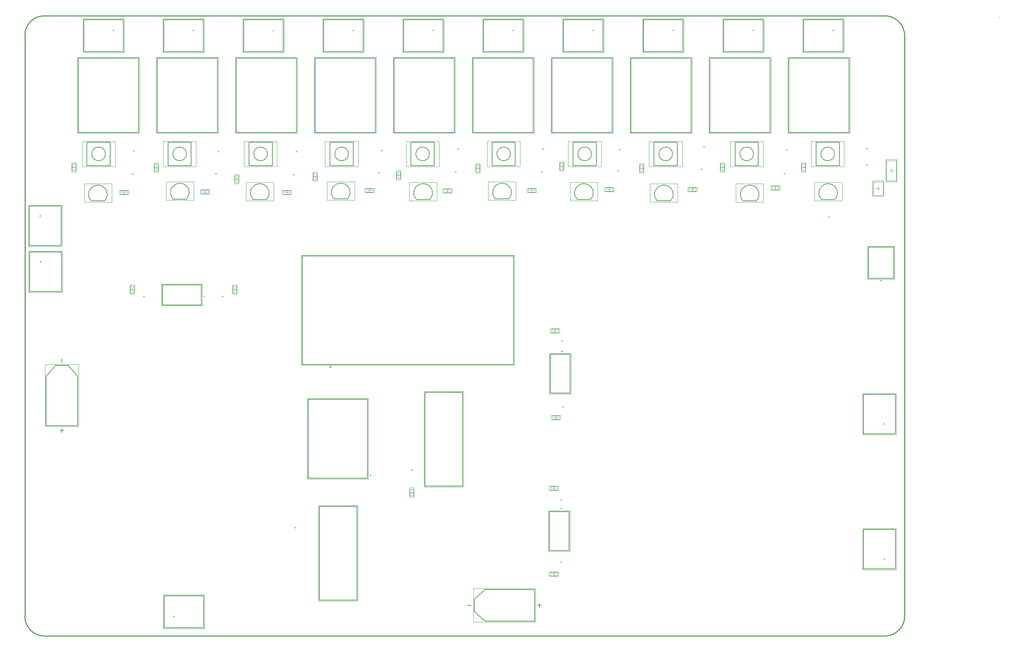
<source format=gbo>
G04*
G04 #@! TF.GenerationSoftware,Altium Limited,Altium Designer,22.1.2 (22)*
G04*
G04 Layer_Color=32896*
%FSLAX44Y44*%
%MOMM*%
G71*
G04*
G04 #@! TF.SameCoordinates,E17F41A4-0C7A-49D5-8B51-7FD3D5A7BB14*
G04*
G04*
G04 #@! TF.FilePolarity,Positive*
G04*
G01*
G75*
%ADD11C,0.2000*%
%ADD12C,0.1270*%
%ADD13C,0.2540*%
%ADD16C,0.1000*%
%ADD17C,0.2800*%
%ADD18C,0.0500*%
D11*
X890180Y413500D02*
G03*
X890180Y413500I-1000J0D01*
G01*
X2204450Y915670D02*
G03*
X2204450Y915670I-1000J0D01*
G01*
X2081260Y1559560D02*
G03*
X2081260Y1559560I-1000J0D01*
G01*
X1875442D02*
G03*
X1875442Y1559560I-1000J0D01*
G01*
X1669624D02*
G03*
X1669624Y1559560I-1000J0D01*
G01*
X463020Y874691D02*
G03*
X463020Y874691I-1000J0D01*
G01*
X41640Y963930D02*
G03*
X41640Y963930I-1000J0D01*
G01*
X384540Y49530D02*
G03*
X384540Y49530I-1000J0D01*
G01*
X228896Y1559560D02*
G03*
X228896Y1559560I-1000J0D01*
G01*
X434714D02*
G03*
X434714Y1559560I-1000J0D01*
G01*
X640533D02*
G03*
X640533Y1559560I-1000J0D01*
G01*
X846351D02*
G03*
X846351Y1559560I-1000J0D01*
G01*
X1052169D02*
G03*
X1052169Y1559560I-1000J0D01*
G01*
X1257987D02*
G03*
X1257987Y1559560I-1000J0D01*
G01*
X1463805D02*
G03*
X1463805Y1559560I-1000J0D01*
G01*
X2213340Y198120D02*
G03*
X2213340Y198120I-1000J0D01*
G01*
X40370Y1082040D02*
G03*
X40370Y1082040I-1000J0D01*
G01*
X2213340Y546100D02*
G03*
X2213340Y546100I-1000J0D01*
G01*
X1380559Y328350D02*
G03*
X1380559Y328350I-1000J0D01*
G01*
X1383099Y733480D02*
G03*
X1383099Y733480I-1000J0D01*
G01*
D12*
X832813Y1242060D02*
G03*
X832813Y1242060I-17550J0D01*
G01*
X1875336D02*
G03*
X1875336Y1242060I-17550J0D01*
G01*
X1666831D02*
G03*
X1666831Y1242060I-17550J0D01*
G01*
X1458327D02*
G03*
X1458327Y1242060I-17550J0D01*
G01*
X1249822D02*
G03*
X1249822Y1242060I-17550J0D01*
G01*
X1041318D02*
G03*
X1041318Y1242060I-17550J0D01*
G01*
X624309D02*
G03*
X624309Y1242060I-17550J0D01*
G01*
X415805D02*
G03*
X415805Y1242060I-17550J0D01*
G01*
X207300D02*
G03*
X207300Y1242060I-17550J0D01*
G01*
X1203946Y1139253D02*
G03*
X1210827Y1126034I39104J11955D01*
G01*
X1245353D02*
G03*
X1252234Y1139253I-32222J25175D01*
G01*
X1252206Y1139128D02*
G03*
X1203974Y1139128I-24116J3389D01*
G01*
X163816Y1134173D02*
G03*
X170697Y1120954I39104J11955D01*
G01*
X205223D02*
G03*
X212104Y1134173I-32222J25175D01*
G01*
X212076Y1134048D02*
G03*
X163844Y1134048I-24116J3389D01*
G01*
X374636Y1139156D02*
G03*
X381517Y1125936I39104J11955D01*
G01*
X416043D02*
G03*
X422924Y1139156I-32222J25175D01*
G01*
X422896Y1139031D02*
G03*
X374664Y1139031I-24116J3389D01*
G01*
X580376Y1137983D02*
G03*
X587257Y1124764I39104J11955D01*
G01*
X621783D02*
G03*
X628664Y1137983I-32222J25175D01*
G01*
X628636Y1137858D02*
G03*
X580404Y1137858I-24116J3389D01*
G01*
X788656Y1139253D02*
G03*
X795537Y1126034I39104J11955D01*
G01*
X830063D02*
G03*
X836944Y1139253I-32222J25175D01*
G01*
X836916Y1139128D02*
G03*
X788684Y1139128I-24116J3389D01*
G01*
X1414766Y1137983D02*
G03*
X1421647Y1124764I39104J11955D01*
G01*
X1456173D02*
G03*
X1463054Y1137983I-32222J25175D01*
G01*
X1463026Y1137858D02*
G03*
X1414794Y1137858I-24116J3389D01*
G01*
X2043416Y1137983D02*
G03*
X2050297Y1124764I39104J11955D01*
G01*
X2084823D02*
G03*
X2091704Y1137983I-32222J25175D01*
G01*
X2091676Y1137858D02*
G03*
X2043444Y1137858I-24116J3389D01*
G01*
X1000746Y1137983D02*
G03*
X1007627Y1124764I39104J11955D01*
G01*
X1042153D02*
G03*
X1049034Y1137983I-32222J25175D01*
G01*
X1049006Y1137858D02*
G03*
X1000774Y1137858I-24116J3389D01*
G01*
X1620506Y1134173D02*
G03*
X1627387Y1120954I39104J11955D01*
G01*
X1661913D02*
G03*
X1668794Y1134173I-32222J25175D01*
G01*
X1668766Y1134048D02*
G03*
X1620534Y1134048I-24116J3389D01*
G01*
X1841486Y1134173D02*
G03*
X1848367Y1120954I39104J11955D01*
G01*
X1882893D02*
G03*
X1889774Y1134173I-32222J25175D01*
G01*
X1889746Y1134048D02*
G03*
X1841514Y1134048I-24116J3389D01*
G01*
X2083840Y1242060D02*
G03*
X2083840Y1242060I-17550J0D01*
G01*
X2120930Y1297690D02*
Y1488690D01*
X1965930D02*
X2120930D01*
X1965930Y1297690D02*
Y1488690D01*
Y1297690D02*
X2120930D01*
X785313Y1272010D02*
X845213D01*
Y1212110D02*
Y1272010D01*
X785313Y1212110D02*
X845213D01*
X785313D02*
Y1272010D01*
X1308130Y1297690D02*
Y1488690D01*
X1153130D02*
X1308130D01*
X1153130Y1297690D02*
Y1488690D01*
Y1297690D02*
X1308130D01*
X1104930D02*
Y1488690D01*
X949930D02*
X1104930D01*
X949930Y1297690D02*
Y1488690D01*
Y1297690D02*
X1104930D01*
X340330D02*
X495330D01*
X340330D02*
Y1488690D01*
X495330D01*
Y1297690D02*
Y1488690D01*
X728980Y406400D02*
X881380D01*
X728980D02*
Y609600D01*
X881380D01*
Y406400D02*
Y609600D01*
X2170950Y920990D02*
Y1001790D01*
X2235950D01*
Y920990D02*
Y1001790D01*
X2170950Y920990D02*
X2235950D01*
X2004060Y1505860D02*
X2105660D01*
X2004060D02*
Y1587860D01*
X2105660D01*
Y1505860D02*
Y1587860D01*
X1798242Y1505860D02*
X1899842D01*
X1798242D02*
Y1587860D01*
X1899842D01*
Y1505860D02*
Y1587860D01*
X1694023Y1505860D02*
Y1587860D01*
X1592424D02*
X1694023D01*
X1592424Y1505860D02*
Y1587860D01*
Y1505860D02*
X1694023D01*
X454020Y853191D02*
Y904191D01*
X354020D02*
X454020D01*
X354020Y853191D02*
Y904191D01*
Y853191D02*
X454020D01*
X1029730Y385930D02*
X1126730D01*
X1029730D02*
Y627530D01*
X1126730D01*
Y385930D02*
Y627530D01*
X94340Y887730D02*
Y989330D01*
X12340Y887730D02*
X94340D01*
X12340D02*
Y989330D01*
X94340D01*
X358140Y21230D02*
Y103230D01*
Y21230D02*
X459740D01*
Y103230D01*
X358140D02*
X459740D01*
X90060Y529220D02*
X100060D01*
X95060Y524220D02*
Y534220D01*
Y704220D02*
Y714220D01*
X54560Y668720D02*
X79060Y696720D01*
X111060D02*
X135560Y668720D01*
X54560Y541720D02*
X135560D01*
Y668720D01*
X79060Y696720D02*
X111060D01*
X54560Y541720D02*
Y668720D01*
X151696Y1505860D02*
X253296D01*
X151696D02*
Y1587860D01*
X253296D01*
Y1505860D02*
Y1587860D01*
X357514Y1505860D02*
X459114D01*
X357514D02*
Y1587860D01*
X459114D01*
Y1505860D02*
Y1587860D01*
X563332Y1505860D02*
X664932D01*
X563332D02*
Y1587860D01*
X664932D01*
Y1505860D02*
Y1587860D01*
X870751Y1505860D02*
Y1587860D01*
X769151D02*
X870751D01*
X769151Y1505860D02*
Y1587860D01*
Y1505860D02*
X870751D01*
X974969D02*
X1076569D01*
X974969D02*
Y1587860D01*
X1076569D01*
Y1505860D02*
Y1587860D01*
X1180787Y1505860D02*
X1282387D01*
X1180787D02*
Y1587860D01*
X1282387D01*
Y1505860D02*
Y1587860D01*
X1386605Y1505860D02*
X1488205D01*
X1386605D02*
Y1587860D01*
X1488205D01*
Y1505860D02*
Y1587860D01*
X1827836Y1212110D02*
Y1272010D01*
Y1212110D02*
X1887735D01*
Y1272010D01*
X1827836D02*
X1887735D01*
X1762730Y1297690D02*
X1917730D01*
X1762730D02*
Y1488690D01*
X1917730D01*
Y1297690D02*
Y1488690D01*
X1619331Y1212110D02*
Y1272010D01*
Y1212110D02*
X1679231D01*
Y1272010D01*
X1619331D02*
X1679231D01*
X1410827Y1212110D02*
Y1272010D01*
Y1212110D02*
X1470727D01*
Y1272010D01*
X1410827D02*
X1470727D01*
X1202322D02*
X1262222D01*
Y1212110D02*
Y1272010D01*
X1202322Y1212110D02*
X1262222D01*
X1202322D02*
Y1272010D01*
X993818D02*
X1053718D01*
Y1212110D02*
Y1272010D01*
X993818Y1212110D02*
X1053718D01*
X993818D02*
Y1272010D01*
X576809Y1212110D02*
Y1272010D01*
Y1212110D02*
X636709D01*
Y1272010D01*
X576809D02*
X636709D01*
X368305D02*
X428205D01*
Y1212110D02*
Y1272010D01*
X368305Y1212110D02*
X428205D01*
X368305D02*
Y1272010D01*
X159800Y1212110D02*
Y1272010D01*
Y1212110D02*
X219700D01*
Y1272010D01*
X159800D02*
X219700D01*
X1210940Y1125890D02*
X1245240D01*
X170810Y1120810D02*
X205110D01*
X381630Y1125792D02*
X415930D01*
X587370Y1124620D02*
X621670D01*
X795650Y1125890D02*
X829950D01*
X1421760Y1124620D02*
X1456060D01*
X2050410D02*
X2084710D01*
X1007740D02*
X1042040D01*
X1627500Y1120810D02*
X1661800D01*
X1848480D02*
X1882780D01*
X2036340Y1272010D02*
X2096240D01*
Y1212110D02*
Y1272010D01*
X2036340Y1212110D02*
X2096240D01*
X2036340D02*
Y1272010D01*
X1184940Y38440D02*
X1311940D01*
X1156940Y62940D02*
Y94940D01*
X1184940Y119440D02*
X1311940D01*
Y38440D02*
Y119440D01*
X1156940Y94940D02*
X1184940Y119440D01*
X1156940Y62940D02*
X1184940Y38440D01*
X1139440Y78940D02*
X1149440D01*
X1319440D02*
X1329440D01*
X1324440Y73940D02*
Y83940D01*
X1356330Y1297690D02*
X1511330D01*
X1356330D02*
Y1488690D01*
X1511330D01*
Y1297690D02*
Y1488690D01*
X1559530Y1297690D02*
X1714530D01*
X1559530D02*
Y1488690D01*
X1714530D01*
Y1297690D02*
Y1488690D01*
X292130Y1297690D02*
Y1488690D01*
X137130D02*
X292130D01*
X137130Y1297690D02*
Y1488690D01*
Y1297690D02*
X292130D01*
X543530D02*
X698530D01*
X543530D02*
Y1488690D01*
X698530D01*
Y1297690D02*
Y1488690D01*
X746730Y1297690D02*
X901730D01*
X746730D02*
Y1488690D01*
X901730D01*
Y1297690D02*
Y1488690D01*
X854950Y92560D02*
Y334160D01*
X757950D02*
X854950D01*
X757950Y92560D02*
Y334160D01*
Y92560D02*
X854950D01*
X2158640Y172720D02*
Y274320D01*
X2240640D01*
Y172720D02*
Y274320D01*
X2158640Y172720D02*
X2240640D01*
X93070Y1005840D02*
Y1107440D01*
X11070Y1005840D02*
X93070D01*
X11070D02*
Y1107440D01*
X93070D01*
X2158640Y520700D02*
Y622300D01*
X2240640D01*
Y520700D02*
Y622300D01*
X2158640Y520700D02*
X2240640D01*
X714020Y699970D02*
Y978970D01*
X1258020D01*
Y699970D02*
Y978970D01*
X714020Y699970D02*
X1258020D01*
X1401059Y220350D02*
Y320350D01*
X1350059Y220350D02*
X1401059D01*
X1350059D02*
Y320350D01*
X1401059D01*
X1403599Y625480D02*
Y725480D01*
X1352599Y625480D02*
X1403599D01*
X1352599D02*
Y725480D01*
X1403599D01*
D13*
X49530Y1597660D02*
G03*
X0Y1548130I0J-49530D01*
G01*
X2264410Y1546860D02*
G03*
X2213610Y1597660I-50800J0D01*
G01*
X2213610Y0D02*
G03*
X2264410Y50800I0J50800D01*
G01*
X0Y50000D02*
G03*
X50000Y0I50000J0D01*
G01*
X2264410Y1546860D02*
X2264410Y50800D01*
X49530Y1597660D02*
X2213610Y1597660D01*
X50000Y-0D02*
X2213610Y0D01*
X0Y50000D02*
Y1549400D01*
X2508060Y1593660D02*
X2508060D01*
X2508060D02*
Y1593910D01*
D16*
X1379424Y188500D02*
Y192500D01*
X1377424Y190500D02*
X1381424D01*
X1384504Y588550D02*
Y592550D01*
X1382504Y590550D02*
X1386504D01*
X1377424Y350520D02*
X1381424D01*
X1379424Y348520D02*
Y352520D01*
X995680Y425990D02*
Y429990D01*
X993680Y427990D02*
X997680D01*
X1381964Y758730D02*
Y762730D01*
X1379964Y760730D02*
X1383964D01*
X306070Y872826D02*
Y876826D01*
X304070Y874826D02*
X308070D01*
X508000Y872826D02*
Y876826D01*
X506000Y874826D02*
X510000D01*
X1745520Y1261110D02*
X1749520D01*
X1747520Y1259110D02*
Y1263110D01*
X1528350Y1253490D02*
X1532350D01*
X1530350Y1251490D02*
Y1255490D01*
X1952810Y1191260D02*
X1956810D01*
X1954810Y1189260D02*
Y1193260D01*
X693527Y279400D02*
X697527D01*
X695527Y277400D02*
Y281400D01*
X2164620Y1214120D02*
X2168620D01*
X2166620Y1212120D02*
Y1216120D01*
X2164620Y1256030D02*
X2168620D01*
X2166620Y1254030D02*
Y1258030D01*
X276860Y1187990D02*
Y1191990D01*
X274860Y1189990D02*
X278860D01*
X692150Y1186720D02*
Y1190720D01*
X690150Y1188720D02*
X694150D01*
X1526540Y1196880D02*
Y1200880D01*
X1524540Y1198880D02*
X1528540D01*
X491490Y1189260D02*
Y1193260D01*
X489490Y1191260D02*
X493490D01*
X1741170Y1200690D02*
Y1204690D01*
X1739170Y1202690D02*
X1743170D01*
X911860Y1191800D02*
Y1195800D01*
X909860Y1193800D02*
X913860D01*
X1108710Y1194340D02*
Y1198340D01*
X1106710Y1196340D02*
X1110710D01*
X1330960Y1194340D02*
Y1198340D01*
X1328960Y1196340D02*
X1332960D01*
X280670Y1247680D02*
Y1251680D01*
X278670Y1249680D02*
X282670D01*
X2068830Y1077500D02*
Y1081500D01*
X2066830Y1079500D02*
X2070830D01*
X497840Y1246410D02*
Y1250410D01*
X495840Y1248410D02*
X499840D01*
X698500Y1246410D02*
Y1250410D01*
X696500Y1248410D02*
X700500D01*
X917850Y1248950D02*
Y1252950D01*
X915850Y1250950D02*
X919850D01*
X1115060Y1252760D02*
Y1256760D01*
X1113060Y1254760D02*
X1117060D01*
X1333500Y1252760D02*
Y1256760D01*
X1331500Y1254760D02*
X1335500D01*
X1961240Y1250220D02*
Y1254220D01*
X1959240Y1252220D02*
X1963240D01*
X2216870Y1224630D02*
X2243370D01*
X2216870Y1173130D02*
X2243370D01*
Y1224630D01*
X2216870Y1173130D02*
Y1224630D01*
X535000Y884310D02*
Y901310D01*
X544500Y884310D02*
Y901310D01*
X535000Y884310D02*
X544500D01*
X535000Y901310D02*
X544500D01*
X1000430Y361190D02*
Y378190D01*
X990930Y361190D02*
Y378190D01*
X1000430D01*
X990930Y361190D02*
X1000430D01*
X1352940Y376250D02*
X1369940D01*
X1352940Y385750D02*
X1369940D01*
Y376250D02*
Y385750D01*
X1352940Y376250D02*
Y385750D01*
Y155270D02*
X1369940D01*
X1352940Y164770D02*
X1369940D01*
Y155270D02*
Y164770D01*
X1352940Y155270D02*
Y164770D01*
X1358020Y557860D02*
X1375020D01*
X1358020Y567360D02*
X1375020D01*
Y557860D02*
Y567360D01*
X1358020Y557860D02*
Y567360D01*
X1355480Y781380D02*
X1372480D01*
X1355480Y790880D02*
X1372480D01*
Y781380D02*
Y790880D01*
X1355480Y781380D02*
Y790880D01*
X742010Y1175140D02*
Y1192140D01*
X751510Y1175140D02*
Y1192140D01*
X742010Y1175140D02*
X751510D01*
X742010Y1192140D02*
X751510D01*
X120980Y1199270D02*
Y1216270D01*
X130480Y1199270D02*
Y1216270D01*
X120980Y1199270D02*
X130480D01*
X120980Y1216270D02*
X130480D01*
X540080Y1168790D02*
Y1185790D01*
X549580Y1168790D02*
Y1185790D01*
X540080Y1168790D02*
X549580D01*
X540080Y1185790D02*
X549580D01*
X333070Y1198000D02*
Y1215000D01*
X342570Y1198000D02*
Y1215000D01*
X333070Y1198000D02*
X342570D01*
X333070Y1215000D02*
X342570D01*
X246650Y1147750D02*
X263650D01*
X246650Y1138250D02*
X263650D01*
X246650D02*
Y1147750D01*
X263650Y1138250D02*
Y1147750D01*
X665870Y1147750D02*
X682870D01*
X665870Y1138250D02*
X682870D01*
X665870D02*
Y1147750D01*
X682870Y1138250D02*
Y1147750D01*
X2209030Y1135940D02*
Y1169440D01*
X2182630Y1135940D02*
Y1169440D01*
X2209030D01*
X2182630Y1135940D02*
X2209030D01*
X1295790Y1152830D02*
X1312790D01*
X1295790Y1143330D02*
X1312790D01*
X1295790D02*
Y1152830D01*
X1312790Y1143330D02*
Y1152830D01*
X454930Y1149020D02*
X471930D01*
X454930Y1139520D02*
X471930D01*
X454930D02*
Y1149020D01*
X471930Y1139520D02*
Y1149020D01*
X1495180Y1155370D02*
X1512180D01*
X1495180Y1145870D02*
X1512180D01*
X1495180D02*
Y1155370D01*
X1512180Y1145870D02*
Y1155370D01*
X1078620Y1151560D02*
X1095620D01*
X1078620Y1142060D02*
X1095620D01*
X1078620D02*
Y1151560D01*
X1095620Y1142060D02*
Y1151560D01*
X877960Y1152830D02*
X894960D01*
X877960Y1143330D02*
X894960D01*
X877960D02*
Y1152830D01*
X894960Y1143330D02*
Y1152830D01*
X1923170Y1159180D02*
X1940170D01*
X1923170Y1149680D02*
X1940170D01*
X1923170D02*
Y1159180D01*
X1940170Y1149680D02*
Y1159180D01*
X1377010Y1201810D02*
Y1218810D01*
X1386510Y1201810D02*
Y1218810D01*
X1377010Y1201810D02*
X1386510D01*
X1377010Y1218810D02*
X1386510D01*
X1161110Y1196730D02*
Y1213730D01*
X1170610Y1196730D02*
Y1213730D01*
X1161110Y1196730D02*
X1170610D01*
X1161110Y1213730D02*
X1170610D01*
X956640Y1179070D02*
Y1196070D01*
X966140Y1179070D02*
Y1196070D01*
X956640Y1179070D02*
X966140D01*
X956640Y1196070D02*
X966140D01*
X270840Y884310D02*
Y901310D01*
X280340Y884310D02*
Y901310D01*
X270840Y884310D02*
X280340D01*
X270840Y901310D02*
X280340D01*
X1582750Y1196730D02*
Y1213730D01*
X1592250Y1196730D02*
Y1213730D01*
X1582750Y1196730D02*
X1592250D01*
X1582750Y1213730D02*
X1592250D01*
X1999310Y1199270D02*
Y1216270D01*
X2008810Y1199270D02*
Y1216270D01*
X1999310Y1199270D02*
X2008810D01*
X1999310Y1216270D02*
X2008810D01*
X1726810Y1145870D02*
Y1155370D01*
X1709810Y1145870D02*
Y1155370D01*
Y1145870D02*
X1726810D01*
X1709810Y1155370D02*
X1726810D01*
X1789760Y1216270D02*
X1799260D01*
X1789760Y1199270D02*
X1799260D01*
Y1216270D01*
X1789760Y1199270D02*
Y1216270D01*
X2216120Y1227880D02*
X2244120D01*
X2216120Y1169880D02*
X2244120D01*
Y1227880D01*
X2216120Y1169880D02*
Y1227880D01*
X2230120Y1193880D02*
Y1203880D01*
X2225120Y1198880D02*
X2235120D01*
X535000Y892810D02*
X544500D01*
X539750Y888060D02*
Y897560D01*
X534250Y880810D02*
Y904810D01*
X545250Y880810D02*
Y904810D01*
X534250Y880810D02*
X545250D01*
X534250Y904810D02*
X545250D01*
X990930Y369690D02*
X1000430D01*
X995680Y364940D02*
Y374440D01*
X1001180Y357690D02*
Y381690D01*
X990180Y357690D02*
Y381690D01*
X1001180D01*
X990180Y357690D02*
X1001180D01*
X1361440Y376250D02*
Y385750D01*
X1356690Y381000D02*
X1366190D01*
X1349440Y375500D02*
X1373440D01*
X1349440Y386500D02*
X1373440D01*
Y375500D02*
Y386500D01*
X1349440Y375500D02*
Y386500D01*
X1361440Y155270D02*
Y164770D01*
X1356690Y160020D02*
X1366190D01*
X1349440Y154520D02*
X1373440D01*
X1349440Y165520D02*
X1373440D01*
Y154520D02*
Y165520D01*
X1349440Y154520D02*
Y165520D01*
X1366520Y557860D02*
Y567360D01*
X1361770Y562610D02*
X1371270D01*
X1354520Y557110D02*
X1378520D01*
X1354520Y568110D02*
X1378520D01*
Y557110D02*
Y568110D01*
X1354520Y557110D02*
Y568110D01*
X1363980Y781380D02*
Y790880D01*
X1359230Y786130D02*
X1368730D01*
X1351980Y780630D02*
X1375980D01*
X1351980Y791630D02*
X1375980D01*
Y780630D02*
Y791630D01*
X1351980Y780630D02*
Y791630D01*
X742010Y1183640D02*
X751510D01*
X746760Y1178890D02*
Y1188390D01*
X741260Y1171640D02*
Y1195640D01*
X752260Y1171640D02*
Y1195640D01*
X741260Y1171640D02*
X752260D01*
X741260Y1195640D02*
X752260D01*
X120980Y1207770D02*
X130480D01*
X125730Y1203020D02*
Y1212520D01*
X120230Y1195770D02*
Y1219770D01*
X131230Y1195770D02*
Y1219770D01*
X120230Y1195770D02*
X131230D01*
X120230Y1219770D02*
X131230D01*
X540080Y1177290D02*
X549580D01*
X544830Y1172540D02*
Y1182040D01*
X539330Y1165290D02*
Y1189290D01*
X550330Y1165290D02*
Y1189290D01*
X539330Y1165290D02*
X550330D01*
X539330Y1189290D02*
X550330D01*
X333070Y1206500D02*
X342570D01*
X337820Y1201750D02*
Y1211250D01*
X332320Y1194500D02*
Y1218500D01*
X343320Y1194500D02*
Y1218500D01*
X332320Y1194500D02*
X343320D01*
X332320Y1218500D02*
X343320D01*
X255150Y1138250D02*
Y1147750D01*
X250400Y1143000D02*
X259900D01*
X243150Y1148500D02*
X267150D01*
X243150Y1137500D02*
X267150D01*
X243150D02*
Y1148500D01*
X267150Y1137500D02*
Y1148500D01*
X674370Y1138250D02*
Y1147750D01*
X669620Y1143000D02*
X679120D01*
X662370Y1148500D02*
X686370D01*
X662370Y1137500D02*
X686370D01*
X662370D02*
Y1148500D01*
X686370Y1137500D02*
Y1148500D01*
X2190830Y1152690D02*
X2200830D01*
X2195830Y1147690D02*
Y1157690D01*
X2209830Y1132690D02*
Y1172690D01*
X2181830Y1132690D02*
Y1172690D01*
X2209830D01*
X2181830Y1132690D02*
X2209830D01*
X1304290Y1143330D02*
Y1152830D01*
X1299540Y1148080D02*
X1309040D01*
X1292290Y1153580D02*
X1316290D01*
X1292290Y1142580D02*
X1316290D01*
X1292290D02*
Y1153580D01*
X1316290Y1142580D02*
Y1153580D01*
X463430Y1139520D02*
Y1149020D01*
X458680Y1144270D02*
X468180D01*
X451430Y1149770D02*
X475430D01*
X451430Y1138770D02*
X475430D01*
X451430D02*
Y1149770D01*
X475430Y1138770D02*
Y1149770D01*
X1503680Y1145870D02*
Y1155370D01*
X1498930Y1150620D02*
X1508430D01*
X1491680Y1156120D02*
X1515680D01*
X1491680Y1145120D02*
X1515680D01*
X1491680D02*
Y1156120D01*
X1515680Y1145120D02*
Y1156120D01*
X1087120Y1142060D02*
Y1151560D01*
X1082370Y1146810D02*
X1091870D01*
X1075120Y1152310D02*
X1099120D01*
X1075120Y1141310D02*
X1099120D01*
X1075120D02*
Y1152310D01*
X1099120Y1141310D02*
Y1152310D01*
X886460Y1143330D02*
Y1152830D01*
X881710Y1148080D02*
X891210D01*
X874460Y1153580D02*
X898460D01*
X874460Y1142580D02*
X898460D01*
X874460D02*
Y1153580D01*
X898460Y1142580D02*
Y1153580D01*
X1931670Y1149680D02*
Y1159180D01*
X1926920Y1154430D02*
X1936420D01*
X1919670Y1159930D02*
X1943670D01*
X1919670Y1148930D02*
X1943670D01*
X1919670D02*
Y1159930D01*
X1943670Y1148930D02*
Y1159930D01*
X1377010Y1210310D02*
X1386510D01*
X1381760Y1205560D02*
Y1215060D01*
X1376260Y1198310D02*
Y1222310D01*
X1387260Y1198310D02*
Y1222310D01*
X1376260Y1198310D02*
X1387260D01*
X1376260Y1222310D02*
X1387260D01*
X1161110Y1205230D02*
X1170610D01*
X1165860Y1200480D02*
Y1209980D01*
X1160360Y1193230D02*
Y1217230D01*
X1171360Y1193230D02*
Y1217230D01*
X1160360Y1193230D02*
X1171360D01*
X1160360Y1217230D02*
X1171360D01*
X956640Y1187570D02*
X966140D01*
X961390Y1182820D02*
Y1192320D01*
X955890Y1175570D02*
Y1199570D01*
X966890Y1175570D02*
Y1199570D01*
X955890Y1175570D02*
X966890D01*
X955890Y1199570D02*
X966890D01*
X270840Y892810D02*
X280340D01*
X275590Y888060D02*
Y897560D01*
X270090Y880810D02*
Y904810D01*
X281090Y880810D02*
Y904810D01*
X270090Y880810D02*
X281090D01*
X270090Y904810D02*
X281090D01*
X1582750Y1205230D02*
X1592250D01*
X1587500Y1200480D02*
Y1209980D01*
X1582000Y1193230D02*
Y1217230D01*
X1593000Y1193230D02*
Y1217230D01*
X1582000Y1193230D02*
X1593000D01*
X1582000Y1217230D02*
X1593000D01*
X1999310Y1207770D02*
X2008810D01*
X2004060Y1203020D02*
Y1212520D01*
X1998560Y1195770D02*
Y1219770D01*
X2009560Y1195770D02*
Y1219770D01*
X1998560Y1195770D02*
X2009560D01*
X1998560Y1219770D02*
X2009560D01*
X1730310Y1145120D02*
Y1156120D01*
X1706310Y1145120D02*
Y1156120D01*
Y1145120D02*
X1730310D01*
X1706310Y1156120D02*
X1730310D01*
X1713560Y1150620D02*
X1723060D01*
X1718310Y1145870D02*
Y1155370D01*
X1789010Y1219770D02*
X1800010D01*
X1789010Y1195770D02*
X1800010D01*
Y1219770D01*
X1789010Y1195770D02*
Y1219770D01*
X1794510Y1203020D02*
Y1212520D01*
X1789760Y1207770D02*
X1799260D01*
D17*
X787920Y693470D02*
G03*
X787920Y693470I-1400J0D01*
G01*
D18*
X2123430Y1295190D02*
Y1491190D01*
X1963430D02*
X2123430D01*
X1963430Y1295190D02*
Y1491190D01*
Y1295190D02*
X2123430D01*
X772763Y1274560D02*
X857763D01*
Y1209560D02*
Y1274560D01*
X772763Y1209560D02*
X857763D01*
X772763D02*
Y1274560D01*
X1310630Y1295190D02*
Y1491190D01*
X1150630D02*
X1310630D01*
X1150630Y1295190D02*
Y1491190D01*
Y1295190D02*
X1310630D01*
X1107430D02*
Y1491190D01*
X947430D02*
X1107430D01*
X947430Y1295190D02*
Y1491190D01*
Y1295190D02*
X1107430D01*
X337830D02*
X497830D01*
X337830D02*
Y1491190D01*
X497830D01*
Y1295190D02*
Y1491190D01*
X883880Y403900D02*
Y612100D01*
X726480D02*
X883880D01*
X726480Y403900D02*
Y612100D01*
Y403900D02*
X883880D01*
X2168450Y918490D02*
Y1004290D01*
X2238450D01*
Y918490D02*
Y1004290D01*
X2168450Y918490D02*
X2238450D01*
X2001560Y1503360D02*
X2108160D01*
X2001560D02*
Y1590360D01*
X2108160D01*
Y1503360D02*
Y1590360D01*
X1795742Y1503360D02*
X1902342D01*
X1795742D02*
Y1590360D01*
X1902342D01*
Y1503360D02*
Y1590360D01*
X1696523Y1503360D02*
Y1590360D01*
X1589924D02*
X1696523D01*
X1589924Y1503360D02*
Y1590360D01*
Y1503360D02*
X1696523D01*
X456520Y850691D02*
Y906691D01*
X351520D02*
X456520D01*
X351520Y850691D02*
Y906691D01*
Y850691D02*
X456520D01*
X1027230Y383430D02*
X1129230D01*
X1027230D02*
Y630030D01*
X1129230D01*
Y383430D02*
Y630030D01*
X96840Y885230D02*
Y991830D01*
X9840Y885230D02*
X96840D01*
X9840D02*
Y991830D01*
X96840D01*
X355640Y18730D02*
Y105730D01*
Y18730D02*
X462240D01*
Y105730D01*
X355640D02*
X462240D01*
X52060Y539220D02*
Y699220D01*
X138060D01*
Y539220D02*
Y699220D01*
X52060Y539220D02*
X138060D01*
X149196Y1503360D02*
X255796D01*
X149196D02*
Y1590360D01*
X255796D01*
Y1503360D02*
Y1590360D01*
X355014Y1503360D02*
X461614D01*
X355014D02*
Y1590360D01*
X461614D01*
Y1503360D02*
Y1590360D01*
X560832Y1503360D02*
X667432D01*
X560832D02*
Y1590360D01*
X667432D01*
Y1503360D02*
Y1590360D01*
X873251Y1503360D02*
Y1590360D01*
X766651D02*
X873251D01*
X766651Y1503360D02*
Y1590360D01*
Y1503360D02*
X873251D01*
X972469D02*
X1079069D01*
X972469D02*
Y1590360D01*
X1079069D01*
Y1503360D02*
Y1590360D01*
X1178287Y1503360D02*
X1284887D01*
X1178287D02*
Y1590360D01*
X1284887D01*
Y1503360D02*
Y1590360D01*
X1384105Y1503360D02*
X1490705D01*
X1384105D02*
Y1590360D01*
X1490705D01*
Y1503360D02*
Y1590360D01*
X1815285Y1209560D02*
Y1274560D01*
Y1209560D02*
X1900285D01*
Y1274560D01*
X1815285D02*
X1900285D01*
X1760230Y1295190D02*
X1920230D01*
X1760230D02*
Y1491190D01*
X1920230D01*
Y1295190D02*
Y1491190D01*
X1606781Y1209560D02*
Y1274560D01*
Y1209560D02*
X1691781D01*
Y1274560D01*
X1606781D02*
X1691781D01*
X1398277Y1209560D02*
Y1274560D01*
Y1209560D02*
X1483277D01*
Y1274560D01*
X1398277D02*
X1483277D01*
X1189772D02*
X1274772D01*
Y1209560D02*
Y1274560D01*
X1189772Y1209560D02*
X1274772D01*
X1189772D02*
Y1274560D01*
X981268D02*
X1066268D01*
Y1209560D02*
Y1274560D01*
X981268Y1209560D02*
X1066268D01*
X981268D02*
Y1274560D01*
X564259Y1209560D02*
Y1274560D01*
Y1209560D02*
X649259D01*
Y1274560D01*
X564259D02*
X649259D01*
X355755D02*
X440755D01*
Y1209560D02*
Y1274560D01*
X355755Y1209560D02*
X440755D01*
X355755D02*
Y1274560D01*
X147250Y1209560D02*
Y1274560D01*
Y1209560D02*
X232250D01*
Y1274560D01*
X147250D02*
X232250D01*
X1192590Y1122690D02*
Y1169990D01*
Y1122690D02*
X1263590D01*
Y1169990D01*
X1192590D02*
X1263590D01*
X152460Y1117610D02*
Y1164910D01*
Y1117610D02*
X223460D01*
Y1164910D01*
X152460D02*
X223460D01*
X363280Y1122592D02*
Y1169893D01*
Y1122592D02*
X434280D01*
Y1169893D01*
X363280D02*
X434280D01*
X569020Y1121420D02*
Y1168720D01*
Y1121420D02*
X640020D01*
Y1168720D01*
X569020D02*
X640020D01*
X777300Y1122690D02*
Y1169990D01*
Y1122690D02*
X848300D01*
Y1169990D01*
X777300D02*
X848300D01*
X1403410Y1121420D02*
Y1168720D01*
Y1121420D02*
X1474410D01*
Y1168720D01*
X1403410D02*
X1474410D01*
X2032060Y1121420D02*
Y1168720D01*
Y1121420D02*
X2103060D01*
Y1168720D01*
X2032060D02*
X2103060D01*
X989390Y1121420D02*
Y1168720D01*
Y1121420D02*
X1060390D01*
Y1168720D01*
X989390D02*
X1060390D01*
X1609150Y1117610D02*
Y1164910D01*
Y1117610D02*
X1680150D01*
Y1164910D01*
X1609150D02*
X1680150D01*
X1830130Y1117610D02*
Y1164910D01*
Y1117610D02*
X1901130D01*
Y1164910D01*
X1830130D02*
X1901130D01*
X2023790Y1274560D02*
X2108790D01*
Y1209560D02*
Y1274560D01*
X2023790Y1209560D02*
X2108790D01*
X2023790D02*
Y1274560D01*
X1314440Y35940D02*
Y121940D01*
X1154440D02*
X1314440D01*
X1154440Y35940D02*
Y121940D01*
Y35940D02*
X1314440D01*
X1353830Y1295190D02*
X1513830D01*
X1353830D02*
Y1491190D01*
X1513830D01*
Y1295190D02*
Y1491190D01*
X1557030Y1295190D02*
X1717030D01*
X1557030D02*
Y1491190D01*
X1717030D01*
Y1295190D02*
Y1491190D01*
X294630Y1295190D02*
Y1491190D01*
X134630D02*
X294630D01*
X134630Y1295190D02*
Y1491190D01*
Y1295190D02*
X294630D01*
X541030D02*
X701030D01*
X541030D02*
Y1491190D01*
X701030D01*
Y1295190D02*
Y1491190D01*
X744230Y1295190D02*
X904230D01*
X744230D02*
Y1491190D01*
X904230D01*
Y1295190D02*
Y1491190D01*
X857450Y90060D02*
Y336660D01*
X755450D02*
X857450D01*
X755450Y90060D02*
Y336660D01*
Y90060D02*
X857450D01*
X2156140Y170220D02*
Y276820D01*
X2243140D01*
Y170220D02*
Y276820D01*
X2156140Y170220D02*
X2243140D01*
X95570Y1003340D02*
Y1109940D01*
X8570Y1003340D02*
X95570D01*
X8570D02*
Y1109940D01*
X95570D01*
X2156140Y518200D02*
Y624800D01*
X2243140D01*
Y518200D02*
Y624800D01*
X2156140Y518200D02*
X2243140D01*
X711520Y697470D02*
Y981470D01*
X1260520D01*
Y697470D02*
Y981470D01*
X711520Y697470D02*
X1260520D01*
X1403559Y217850D02*
Y322850D01*
X1347559Y217850D02*
X1403559D01*
X1347559D02*
Y322850D01*
X1403559D01*
X1406099Y622980D02*
Y727980D01*
X1350099Y622980D02*
X1406099D01*
X1350099D02*
Y727980D01*
X1406099D01*
M02*

</source>
